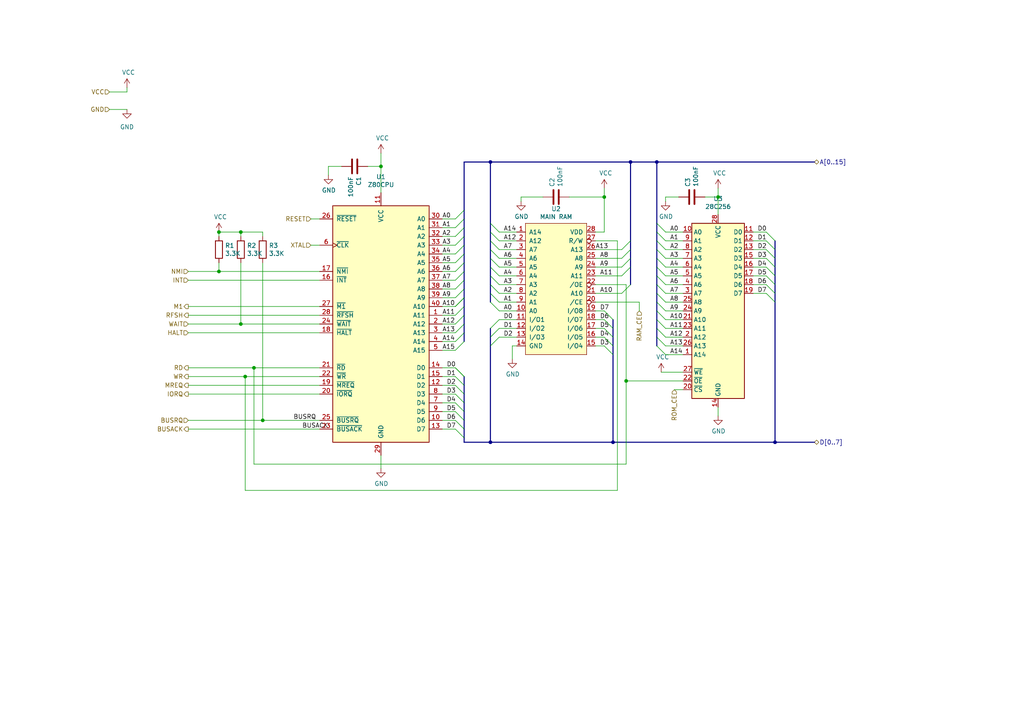
<source format=kicad_sch>
(kicad_sch (version 20211123) (generator eeschema)
  (paper "A4")
  (lib_symbols
    (symbol "CPU:Z80CPU" (pin_names (offset 1.016))
      (property "Reference" "U" (at -13.97 35.56 0))
      (property "Value" "Z80CPU" (at 6.35 35.56 0))
      (symbol "Z80CPU_0_1"
        (rectangle (start -13.97 34.29) (end 13.97 -34.29) (stroke (width 0.254)) (fill (type background)))
      )
      (symbol "Z80CPU_1_1"
        (pin output line (at 17.78 2.54 180) (length 3.81) (name "A11") (number "1"))
        (pin bidirectional line (at 17.78 -27.94 180) (length 3.81) (name "D6") (number "10"))
        (pin power_in line (at 0 38.1 270) (length 3.81) (name "VCC") (number "11"))
        (pin bidirectional line (at 17.78 -17.78 180) (length 3.81) (name "D2") (number "12"))
        (pin bidirectional line (at 17.78 -30.48 180) (length 3.81) (name "D7") (number "13"))
        (pin bidirectional line (at 17.78 -12.7 180) (length 3.81) (name "D0") (number "14"))
        (pin bidirectional line (at 17.78 -15.24 180) (length 3.81) (name "D1") (number "15"))
        (pin input line (at -17.78 12.7 0) (length 3.81) (name "~{INT}") (number "16"))
        (pin input line (at -17.78 15.24 0) (length 3.81) (name "~{NMI}") (number "17"))
        (pin output line (at -17.78 -2.54 0) (length 3.81) (name "~{HALT}") (number "18"))
        (pin output line (at -17.78 -17.78 0) (length 3.81) (name "~{MREQ}") (number "19"))
        (pin output line (at 17.78 0 180) (length 3.81) (name "A12") (number "2"))
        (pin output line (at -17.78 -20.32 0) (length 3.81) (name "~{IORQ}") (number "20"))
        (pin output line (at -17.78 -12.7 0) (length 3.81) (name "~{RD}") (number "21"))
        (pin output line (at -17.78 -15.24 0) (length 3.81) (name "~{WR}") (number "22"))
        (pin output line (at -17.78 -30.48 0) (length 3.81) (name "~{BUSACK}") (number "23"))
        (pin input line (at -17.78 0 0) (length 3.81) (name "~{WAIT}") (number "24"))
        (pin input line (at -17.78 -27.94 0) (length 3.81) (name "~{BUSRQ}") (number "25"))
        (pin input line (at -17.78 30.48 0) (length 3.81) (name "~{RESET}") (number "26"))
        (pin output line (at -17.78 5.08 0) (length 3.81) (name "~{M1}") (number "27"))
        (pin output line (at -17.78 2.54 0) (length 3.81) (name "~{RFSH}") (number "28"))
        (pin power_in line (at 0 -38.1 90) (length 3.81) (name "GND") (number "29"))
        (pin output line (at 17.78 -2.54 180) (length 3.81) (name "A13") (number "3"))
        (pin output line (at 17.78 30.48 180) (length 3.81) (name "A0") (number "30"))
        (pin output line (at 17.78 27.94 180) (length 3.81) (name "A1") (number "31"))
        (pin output line (at 17.78 25.4 180) (length 3.81) (name "A2") (number "32"))
        (pin output line (at 17.78 22.86 180) (length 3.81) (name "A3") (number "33"))
        (pin output line (at 17.78 20.32 180) (length 3.81) (name "A4") (number "34"))
        (pin output line (at 17.78 17.78 180) (length 3.81) (name "A5") (number "35"))
        (pin output line (at 17.78 15.24 180) (length 3.81) (name "A6") (number "36"))
        (pin output line (at 17.78 12.7 180) (length 3.81) (name "A7") (number "37"))
        (pin output line (at 17.78 10.16 180) (length 3.81) (name "A8") (number "38"))
        (pin output line (at 17.78 7.62 180) (length 3.81) (name "A9") (number "39"))
        (pin output line (at 17.78 -5.08 180) (length 3.81) (name "A14") (number "4"))
        (pin output line (at 17.78 5.08 180) (length 3.81) (name "A10") (number "40"))
        (pin output line (at 17.78 -7.62 180) (length 3.81) (name "A15") (number "5"))
        (pin input clock (at -17.78 22.86 0) (length 3.81) (name "~{CLK}") (number "6"))
        (pin bidirectional line (at 17.78 -22.86 180) (length 3.81) (name "D4") (number "7"))
        (pin bidirectional line (at 17.78 -20.32 180) (length 3.81) (name "D3") (number "8"))
        (pin bidirectional line (at 17.78 -25.4 180) (length 3.81) (name "D5") (number "9"))
      )
    )
    (symbol "Device:C" (pin_numbers hide) (pin_names (offset 0.254))
      (property "Reference" "C" (at 0.635 2.54 0))
      (property "Value" "C" (at 0.635 -2.54 0))
      (symbol "C_0_1"
        (polyline (pts (xy -2.032 -0.762) (xy 2.032 -0.762)) (stroke (width 0.508)))
        (polyline (pts (xy -2.032 0.762) (xy 2.032 0.762)) (stroke (width 0.508)))
      )
      (symbol "C_1_1"
        (pin passive line (at 0 3.81 270) (length 2.794) (name "~") (number "1"))
        (pin passive line (at 0 -3.81 90) (length 2.794) (name "~") (number "2"))
      )
    )
    (symbol "Device:R" (pin_numbers hide) (pin_names (offset 0))
      (property "Reference" "R" (at 2.032 0 90))
      (property "Value" "R" (at 0 0 90))
      (symbol "R_0_1"
        (rectangle (start -1.016 -2.54) (end 1.016 2.54) (stroke (width 0.254)))
      )
      (symbol "R_1_1"
        (pin passive line (at 0 3.81 270) (length 1.27) (name "~") (number "1"))
        (pin passive line (at 0 -3.81 90) (length 1.27) (name "~") (number "2"))
      )
    )
    (symbol "Memory_EEPROM:28C256"
      (property "Reference" "U" (at -7.62 26.67 0))
      (property "Value" "28C256" (at 2.54 -26.67 0))
      (symbol "28C256_1_1"
        (rectangle (start -7.62 25.4) (end 7.62 -25.4) (stroke (width 0.254)) (fill (type background)))
        (pin input line (at -10.16 -12.7 0) (length 2.54) (name "A14") (number "1"))
        (pin input line (at -10.16 22.86 0) (length 2.54) (name "A0") (number "10"))
        (pin tri_state line (at 10.16 22.86 180) (length 2.54) (name "D0") (number "11"))
        (pin tri_state line (at 10.16 20.32 180) (length 2.54) (name "D1") (number "12"))
        (pin tri_state line (at 10.16 17.78 180) (length 2.54) (name "D2") (number "13"))
        (pin power_in line (at 0 -27.94 90) (length 2.54) (name "GND") (number "14"))
        (pin tri_state line (at 10.16 15.24 180) (length 2.54) (name "D3") (number "15"))
        (pin tri_state line (at 10.16 12.7 180) (length 2.54) (name "D4") (number "16"))
        (pin tri_state line (at 10.16 10.16 180) (length 2.54) (name "D5") (number "17"))
        (pin tri_state line (at 10.16 7.62 180) (length 2.54) (name "D6") (number "18"))
        (pin tri_state line (at 10.16 5.08 180) (length 2.54) (name "D7") (number "19"))
        (pin input line (at -10.16 -7.62 0) (length 2.54) (name "A12") (number "2"))
        (pin input line (at -10.16 -22.86 0) (length 2.54) (name "~{CS}") (number "20"))
        (pin input line (at -10.16 -2.54 0) (length 2.54) (name "A10") (number "21"))
        (pin input line (at -10.16 -20.32 0) (length 2.54) (name "~{OE}") (number "22"))
        (pin input line (at -10.16 -5.08 0) (length 2.54) (name "A11") (number "23"))
        (pin input line (at -10.16 0 0) (length 2.54) (name "A9") (number "24"))
        (pin input line (at -10.16 2.54 0) (length 2.54) (name "A8") (number "25"))
        (pin input line (at -10.16 -10.16 0) (length 2.54) (name "A13") (number "26"))
        (pin input line (at -10.16 -17.78 0) (length 2.54) (name "~{WE}") (number "27"))
        (pin power_in line (at 0 27.94 270) (length 2.54) (name "VCC") (number "28"))
        (pin input line (at -10.16 5.08 0) (length 2.54) (name "A7") (number "3"))
        (pin input line (at -10.16 7.62 0) (length 2.54) (name "A6") (number "4"))
        (pin input line (at -10.16 10.16 0) (length 2.54) (name "A5") (number "5"))
        (pin input line (at -10.16 12.7 0) (length 2.54) (name "A4") (number "6"))
        (pin input line (at -10.16 15.24 0) (length 2.54) (name "A3") (number "7"))
        (pin input line (at -10.16 17.78 0) (length 2.54) (name "A2") (number "8"))
        (pin input line (at -10.16 20.32 0) (length 2.54) (name "A1") (number "9"))
      )
    )
    (symbol "Z80Mini-rescue:TC55257CPI-Memory_RAM" (pin_names (offset 1.016))
      (property "Reference" "U" (at 0 0 0))
      (property "Value" "TC55257CPI-Memory_RAM" (at 2.54 2.54 0))
      (property "Footprint" "Package_DIP:DIP-28_W15.24mm_LongPads" (at 0 0 0))
      (symbol "TC55257CPI-Memory_RAM_0_1"
        (rectangle (start -7.62 -1.27) (end 10.16 -39.37) (fill (type background)))
      )
      (symbol "TC55257CPI-Memory_RAM_1_1"
        (pin input line (at -10.16 -3.81 0) (length 2.54) (name "A14") (number "1"))
        (pin input line (at -10.16 -26.67 0) (length 2.54) (name "A0") (number "10"))
        (pin bidirectional line (at -10.16 -29.21 0) (length 2.54) (name "I/O1") (number "11"))
        (pin bidirectional line (at -10.16 -31.75 0) (length 2.54) (name "I/O2") (number "12"))
        (pin bidirectional line (at -10.16 -34.29 0) (length 2.54) (name "I/O3") (number "13"))
        (pin power_in line (at -10.16 -36.83 0) (length 2.54) (name "GND") (number "14"))
        (pin bidirectional line (at 12.7 -36.83 180) (length 2.54) (name "I/O4") (number "15"))
        (pin bidirectional line (at 12.7 -34.29 180) (length 2.54) (name "I/O5") (number "16"))
        (pin bidirectional line (at 12.7 -31.75 180) (length 2.54) (name "I/O6") (number "17"))
        (pin bidirectional line (at 12.7 -29.21 180) (length 2.54) (name "I/O7") (number "18"))
        (pin bidirectional line (at 12.7 -26.67 180) (length 2.54) (name "I/O8") (number "19"))
        (pin input line (at -10.16 -6.35 0) (length 2.54) (name "A12") (number "2"))
        (pin input inverted (at 12.7 -24.13 180) (length 2.54) (name "/CE") (number "20"))
        (pin input line (at 12.7 -21.59 180) (length 2.54) (name "A10") (number "21"))
        (pin input inverted (at 12.7 -19.05 180) (length 2.54) (name "/OE") (number "22"))
        (pin input line (at 12.7 -16.51 180) (length 2.54) (name "A11") (number "23"))
        (pin input line (at 12.7 -13.97 180) (length 2.54) (name "A9") (number "24"))
        (pin input line (at 12.7 -11.43 180) (length 2.54) (name "A8") (number "25"))
        (pin input line (at 12.7 -8.89 180) (length 2.54) (name "A13") (number "26"))
        (pin input inverted (at 12.7 -6.35 180) (length 2.54) (name "R/W") (number "27"))
        (pin power_in line (at 12.7 -3.81 180) (length 2.54) (name "VDD") (number "28"))
        (pin input line (at -10.16 -8.89 0) (length 2.54) (name "A7") (number "3"))
        (pin input line (at -10.16 -11.43 0) (length 2.54) (name "A6") (number "4"))
        (pin input line (at -10.16 -13.97 0) (length 2.54) (name "A5") (number "5"))
        (pin input line (at -10.16 -16.51 0) (length 2.54) (name "A4") (number "6"))
        (pin input line (at -10.16 -19.05 0) (length 2.54) (name "A3") (number "7"))
        (pin input line (at -10.16 -21.59 0) (length 2.54) (name "A2") (number "8"))
        (pin input line (at -10.16 -24.13 0) (length 2.54) (name "A1") (number "9"))
      )
    )
    (symbol "power:GND" (power) (pin_names (offset 0))
      (property "Value" "GND" (at 0 -3.81 0))
      (symbol "GND_0_1"
        (polyline (pts (xy 0 0) (xy 0 -1.27) (xy 1.27 -1.27) (xy 0 -2.54) (xy -1.27 -1.27) (xy 0 -1.27)))
      )
      (symbol "GND_1_1"
        (pin power_in line (at 0 0 270) (length 0) hide (name "GND") (number "1"))
      )
    )
    (symbol "power:VCC" (power) (pin_names (offset 0))
      (property "Value" "VCC" (at 0 3.81 0))
      (symbol "VCC_0_1"
        (polyline (pts (xy -0.762 1.27) (xy 0 2.54)))
        (polyline (pts (xy 0 0) (xy 0 2.54)))
        (polyline (pts (xy 0 2.54) (xy 0.762 1.27)))
      )
      (symbol "VCC_1_1"
        (pin power_in line (at 0 0 90) (length 0) hide (name "VCC") (number "1"))
      )
    )
  )
  (junction (at 208.28 57.15))
  (junction (at 73.66 106.68))
  (junction (at 69.85 67.31))
  (junction (at 175.26 57.15))
  (junction (at 224.79 128.27))
  (junction (at 71.12 109.22))
  (junction (at 142.24 46.99))
  (junction (at 63.5 67.31))
  (junction (at 142.24 128.27))
  (junction (at 63.5 78.74))
  (junction (at 177.8 128.27))
  (junction (at 182.88 46.99))
  (junction (at 190.5 46.99))
  (junction (at 110.49 48.26))
  (junction (at 69.85 93.98))
  (junction (at 181.61 110.49))
  (junction (at 76.2 121.92))
  (bus_entry (at 190.5 80.01) (size 2.54 2.54))
  (bus_entry (at 190.5 90.17) (size 2.54 2.54))
  (bus_entry (at 175.26 95.25) (size 2.54 2.54))
  (bus_entry (at 142.24 74.93) (size 2.54 2.54))
  (bus_entry (at 182.88 82.55) (size -2.54 2.54))
  (bus_entry (at 182.88 77.47) (size -2.54 2.54))
  (bus_entry (at 132.08 88.9) (size 2.54 -2.54))
  (bus_entry (at 182.88 72.39) (size -2.54 2.54))
  (bus_entry (at 132.08 106.68) (size 2.54 2.54))
  (bus_entry (at 190.5 72.39) (size 2.54 2.54))
  (bus_entry (at 222.25 74.93) (size 2.54 2.54))
  (bus_entry (at 175.26 97.79) (size 2.54 2.54))
  (bus_entry (at 222.25 67.31) (size 2.54 2.54))
  (bus_entry (at 132.08 116.84) (size 2.54 2.54))
  (bus_entry (at 134.62 60.96) (size -2.54 2.54))
  (bus_entry (at 190.5 97.79) (size 2.54 2.54))
  (bus_entry (at 132.08 124.46) (size 2.54 2.54))
  (bus_entry (at 142.24 100.33) (size 2.54 -2.54))
  (bus_entry (at 142.24 85.09) (size 2.54 2.54))
  (bus_entry (at 182.88 69.85) (size -2.54 2.54))
  (bus_entry (at 142.24 97.79) (size 2.54 -2.54))
  (bus_entry (at 190.5 82.55) (size 2.54 2.54))
  (bus_entry (at 142.24 87.63) (size 2.54 2.54))
  (bus_entry (at 134.62 73.66) (size -2.54 2.54))
  (bus_entry (at 134.62 76.2) (size -2.54 2.54))
  (bus_entry (at 132.08 106.68) (size 2.54 2.54))
  (bus_entry (at 142.24 95.25) (size 2.54 -2.54))
  (bus_entry (at 134.62 83.82) (size -2.54 2.54))
  (bus_entry (at 222.25 82.55) (size 2.54 2.54))
  (bus_entry (at 134.62 66.04) (size -2.54 2.54))
  (bus_entry (at 132.08 109.22) (size 2.54 2.54))
  (bus_entry (at 224.79 74.93) (size -2.54 -2.54))
  (bus_entry (at 132.08 93.98) (size 2.54 -2.54))
  (bus_entry (at 142.24 69.85) (size 2.54 2.54))
  (bus_entry (at 142.24 77.47) (size 2.54 2.54))
  (bus_entry (at 132.08 96.52) (size 2.54 -2.54))
  (bus_entry (at 142.24 80.01) (size 2.54 2.54))
  (bus_entry (at 132.08 111.76) (size 2.54 2.54))
  (bus_entry (at 142.24 67.31) (size 2.54 2.54))
  (bus_entry (at 190.5 77.47) (size 2.54 2.54))
  (bus_entry (at 190.5 74.93) (size 2.54 2.54))
  (bus_entry (at 134.62 81.28) (size -2.54 2.54))
  (bus_entry (at 134.62 63.5) (size -2.54 2.54))
  (bus_entry (at 175.26 90.17) (size 2.54 2.54))
  (bus_entry (at 132.08 91.44) (size 2.54 -2.54))
  (bus_entry (at 190.5 95.25) (size 2.54 2.54))
  (bus_entry (at 222.25 69.85) (size 2.54 2.54))
  (bus_entry (at 132.08 101.6) (size 2.54 -2.54))
  (bus_entry (at 132.08 114.3) (size 2.54 2.54))
  (bus_entry (at 190.5 87.63) (size 2.54 2.54))
  (bus_entry (at 142.24 72.39) (size 2.54 2.54))
  (bus_entry (at 132.08 99.06) (size 2.54 -2.54))
  (bus_entry (at 190.5 100.33) (size 2.54 2.54))
  (bus_entry (at 132.08 119.38) (size 2.54 2.54))
  (bus_entry (at 222.25 85.09) (size 2.54 2.54))
  (bus_entry (at 182.88 74.93) (size -2.54 2.54))
  (bus_entry (at 190.5 67.31) (size 2.54 2.54))
  (bus_entry (at 142.24 64.77) (size 2.54 2.54))
  (bus_entry (at 222.25 80.01) (size 2.54 2.54))
  (bus_entry (at 222.25 77.47) (size 2.54 2.54))
  (bus_entry (at 190.5 92.71) (size 2.54 2.54))
  (bus_entry (at 175.26 100.33) (size 2.54 2.54))
  (bus_entry (at 132.08 88.9) (size 2.54 -2.54))
  (bus_entry (at 190.5 85.09) (size 2.54 2.54))
  (bus_entry (at 132.08 121.92) (size 2.54 2.54))
  (bus_entry (at 190.5 69.85) (size 2.54 2.54))
  (bus_entry (at 190.5 64.77) (size 2.54 2.54))
  (bus_entry (at 134.62 71.12) (size -2.54 2.54))
  (bus_entry (at 142.24 82.55) (size 2.54 2.54))
  (bus_entry (at 175.26 92.71) (size 2.54 2.54))
  (bus_entry (at 134.62 68.58) (size -2.54 2.54))
  (bus_entry (at 134.62 78.74) (size -2.54 2.54))
  (wire (pts (xy 54.61 93.98) (xy 69.85 93.98)))
  (bus (pts (xy 142.24 82.55) (xy 142.24 85.09)))
  (wire (pts (xy 218.44 72.39) (xy 222.25 72.39)))
  (wire (pts (xy 132.08 76.2) (xy 128.27 76.2)))
  (wire (pts (xy 218.44 85.09) (xy 222.25 85.09)))
  (wire (pts (xy 63.5 76.2) (xy 63.5 78.74)))
  (wire (pts (xy 175.26 92.71) (xy 172.72 92.71)))
  (wire (pts (xy 172.72 87.63) (xy 185.42 87.63)))
  (bus (pts (xy 224.79 74.93) (xy 224.79 77.47)))
  (wire (pts (xy 193.04 57.15) (xy 196.85 57.15)))
  (wire (pts (xy 128.27 93.98) (xy 132.08 93.98)))
  (wire (pts (xy 222.25 82.55) (xy 218.44 82.55)))
  (bus (pts (xy 182.88 46.99) (xy 190.5 46.99)))
  (wire (pts (xy 193.04 100.33) (xy 198.12 100.33)))
  (bus (pts (xy 134.62 116.84) (xy 134.62 119.38)))
  (wire (pts (xy 63.5 67.31) (xy 63.5 68.58)))
  (wire (pts (xy 132.08 78.74) (xy 128.27 78.74)))
  (wire (pts (xy 76.2 121.92) (xy 76.2 76.2)))
  (wire (pts (xy 193.04 85.09) (xy 198.12 85.09)))
  (bus (pts (xy 134.62 119.38) (xy 134.62 121.92)))
  (wire (pts (xy 193.04 102.87) (xy 198.12 102.87)))
  (bus (pts (xy 134.62 46.99) (xy 142.24 46.99)))
  (bus (pts (xy 134.62 46.99) (xy 134.62 60.96)))
  (wire (pts (xy 193.04 67.31) (xy 198.12 67.31)))
  (wire (pts (xy 144.78 85.09) (xy 149.86 85.09)))
  (wire (pts (xy 90.17 63.5) (xy 92.71 63.5)))
  (wire (pts (xy 181.61 82.55) (xy 181.61 110.49)))
  (wire (pts (xy 185.42 90.17) (xy 185.42 87.63)))
  (wire (pts (xy 73.66 134.62) (xy 73.66 106.68)))
  (wire (pts (xy 128.27 96.52) (xy 132.08 96.52)))
  (bus (pts (xy 142.24 74.93) (xy 142.24 77.47)))
  (wire (pts (xy 193.04 90.17) (xy 198.12 90.17)))
  (bus (pts (xy 190.5 46.99) (xy 236.22 46.99)))
  (bus (pts (xy 134.62 63.5) (xy 134.62 66.04)))
  (wire (pts (xy 198.12 72.39) (xy 193.04 72.39)))
  (wire (pts (xy 128.27 121.92) (xy 132.08 121.92)))
  (bus (pts (xy 134.62 66.04) (xy 134.62 68.58)))
  (bus (pts (xy 182.88 74.93) (xy 182.88 77.47)))
  (wire (pts (xy 172.72 74.93) (xy 180.34 74.93)))
  (bus (pts (xy 190.5 95.25) (xy 190.5 97.79)))
  (wire (pts (xy 71.12 142.24) (xy 71.12 109.22)))
  (wire (pts (xy 54.61 88.9) (xy 92.71 88.9)))
  (bus (pts (xy 142.24 46.99) (xy 142.24 64.77)))
  (wire (pts (xy 128.27 99.06) (xy 132.08 99.06)))
  (bus (pts (xy 142.24 100.33) (xy 142.24 128.27)))
  (wire (pts (xy 179.07 142.24) (xy 71.12 142.24)))
  (bus (pts (xy 134.62 71.12) (xy 134.62 73.66)))
  (wire (pts (xy 193.04 97.79) (xy 198.12 97.79)))
  (wire (pts (xy 218.44 74.93) (xy 222.25 74.93)))
  (bus (pts (xy 190.5 87.63) (xy 190.5 90.17)))
  (bus (pts (xy 177.8 97.79) (xy 177.8 100.33)))
  (wire (pts (xy 128.27 91.44) (xy 132.08 91.44)))
  (wire (pts (xy 218.44 77.47) (xy 222.25 77.47)))
  (wire (pts (xy 128.27 106.68) (xy 132.08 106.68)))
  (wire (pts (xy 95.25 48.26) (xy 99.06 48.26)))
  (wire (pts (xy 172.72 67.31) (xy 175.26 67.31)))
  (bus (pts (xy 224.79 85.09) (xy 224.79 87.63)))
  (wire (pts (xy 180.34 80.01) (xy 172.72 80.01)))
  (bus (pts (xy 134.62 88.9) (xy 134.62 91.44)))
  (wire (pts (xy 54.61 91.44) (xy 92.71 91.44)))
  (wire (pts (xy 175.26 57.15) (xy 175.26 54.61)))
  (wire (pts (xy 198.12 77.47) (xy 193.04 77.47)))
  (bus (pts (xy 177.8 100.33) (xy 177.8 102.87)))
  (wire (pts (xy 54.61 111.76) (xy 92.71 111.76)))
  (wire (pts (xy 198.12 82.55) (xy 193.04 82.55)))
  (wire (pts (xy 132.08 66.04) (xy 128.27 66.04)))
  (bus (pts (xy 134.62 96.52) (xy 134.62 99.06)))
  (bus (pts (xy 142.24 95.25) (xy 142.24 97.79)))
  (wire (pts (xy 69.85 68.58) (xy 69.85 67.31)))
  (bus (pts (xy 224.79 80.01) (xy 224.79 82.55)))
  (bus (pts (xy 142.24 77.47) (xy 142.24 80.01)))
  (wire (pts (xy 172.72 72.39) (xy 180.34 72.39)))
  (wire (pts (xy 208.28 57.15) (xy 204.47 57.15)))
  (bus (pts (xy 224.79 82.55) (xy 224.79 85.09)))
  (wire (pts (xy 128.27 119.38) (xy 132.08 119.38)))
  (wire (pts (xy 73.66 106.68) (xy 92.71 106.68)))
  (wire (pts (xy 128.27 63.5) (xy 132.08 63.5)))
  (bus (pts (xy 134.62 86.36) (xy 134.62 88.9)))
  (wire (pts (xy 195.58 113.03) (xy 198.12 113.03)))
  (wire (pts (xy 69.85 76.2) (xy 69.85 93.98)))
  (wire (pts (xy 198.12 87.63) (xy 193.04 87.63)))
  (wire (pts (xy 31.75 26.67) (xy 36.83 26.67)))
  (bus (pts (xy 142.24 97.79) (xy 142.24 100.33)))
  (wire (pts (xy 54.61 81.28) (xy 92.71 81.28)))
  (bus (pts (xy 142.24 72.39) (xy 142.24 74.93)))
  (wire (pts (xy 218.44 67.31) (xy 222.25 67.31)))
  (wire (pts (xy 144.78 92.71) (xy 149.86 92.71)))
  (wire (pts (xy 181.61 110.49) (xy 198.12 110.49)))
  (wire (pts (xy 110.49 48.26) (xy 110.49 55.88)))
  (bus (pts (xy 190.5 97.79) (xy 190.5 100.33)))
  (wire (pts (xy 144.78 72.39) (xy 149.86 72.39)))
  (wire (pts (xy 69.85 67.31) (xy 63.5 67.31)))
  (bus (pts (xy 182.88 46.99) (xy 182.88 69.85)))
  (wire (pts (xy 172.72 82.55) (xy 181.61 82.55)))
  (bus (pts (xy 142.24 67.31) (xy 142.24 69.85)))
  (wire (pts (xy 165.1 57.15) (xy 175.26 57.15)))
  (wire (pts (xy 172.72 100.33) (xy 175.26 100.33)))
  (bus (pts (xy 224.79 87.63) (xy 224.79 128.27)))
  (bus (pts (xy 190.5 92.71) (xy 190.5 95.25)))
  (bus (pts (xy 134.62 91.44) (xy 134.62 93.98)))
  (wire (pts (xy 193.04 69.85) (xy 198.12 69.85)))
  (wire (pts (xy 151.13 57.15) (xy 151.13 58.42)))
  (wire (pts (xy 128.27 101.6) (xy 132.08 101.6)))
  (wire (pts (xy 132.08 83.82) (xy 128.27 83.82)))
  (wire (pts (xy 128.27 124.46) (xy 132.08 124.46)))
  (wire (pts (xy 193.04 80.01) (xy 198.12 80.01)))
  (bus (pts (xy 190.5 72.39) (xy 190.5 74.93)))
  (bus (pts (xy 190.5 85.09) (xy 190.5 87.63)))
  (wire (pts (xy 110.49 135.89) (xy 110.49 132.08)))
  (bus (pts (xy 134.62 60.96) (xy 134.62 63.5)))
  (bus (pts (xy 224.79 72.39) (xy 224.79 74.93)))
  (bus (pts (xy 134.62 111.76) (xy 134.62 114.3)))
  (wire (pts (xy 172.72 69.85) (xy 179.07 69.85)))
  (wire (pts (xy 95.25 50.8) (xy 95.25 48.26)))
  (wire (pts (xy 132.08 114.3) (xy 128.27 114.3)))
  (wire (pts (xy 132.08 109.22) (xy 128.27 109.22)))
  (wire (pts (xy 36.83 26.67) (xy 36.83 25.4)))
  (wire (pts (xy 71.12 109.22) (xy 92.71 109.22)))
  (bus (pts (xy 134.62 78.74) (xy 134.62 81.28)))
  (wire (pts (xy 172.72 97.79) (xy 175.26 97.79)))
  (wire (pts (xy 149.86 100.33) (xy 148.59 100.33)))
  (wire (pts (xy 144.78 67.31) (xy 149.86 67.31)))
  (wire (pts (xy 180.34 85.09) (xy 172.72 85.09)))
  (wire (pts (xy 208.28 62.23) (xy 208.28 57.15)))
  (wire (pts (xy 172.72 77.47) (xy 180.34 77.47)))
  (bus (pts (xy 190.5 80.01) (xy 190.5 82.55)))
  (wire (pts (xy 110.49 44.45) (xy 110.49 48.26)))
  (bus (pts (xy 190.5 77.47) (xy 190.5 80.01)))
  (wire (pts (xy 148.59 100.33) (xy 148.59 104.14)))
  (bus (pts (xy 142.24 128.27) (xy 177.8 128.27)))
  (wire (pts (xy 193.04 58.42) (xy 193.04 57.15)))
  (wire (pts (xy 128.27 68.58) (xy 132.08 68.58)))
  (bus (pts (xy 190.5 67.31) (xy 190.5 69.85)))
  (wire (pts (xy 54.61 78.74) (xy 63.5 78.74)))
  (wire (pts (xy 208.28 57.15) (xy 208.28 54.61)))
  (wire (pts (xy 157.48 57.15) (xy 151.13 57.15)))
  (bus (pts (xy 190.5 82.55) (xy 190.5 85.09)))
  (bus (pts (xy 182.88 72.39) (xy 182.88 74.93)))
  (bus (pts (xy 134.62 73.66) (xy 134.62 76.2)))
  (bus (pts (xy 190.5 64.77) (xy 190.5 67.31)))
  (bus (pts (xy 134.62 127) (xy 134.62 128.27)))
  (bus (pts (xy 224.79 128.27) (xy 236.22 128.27)))
  (wire (pts (xy 144.78 82.55) (xy 149.86 82.55)))
  (wire (pts (xy 54.61 106.68) (xy 73.66 106.68)))
  (wire (pts (xy 76.2 67.31) (xy 76.2 68.58)))
  (wire (pts (xy 149.86 74.93) (xy 144.78 74.93)))
  (bus (pts (xy 134.62 124.46) (xy 134.62 127)))
  (wire (pts (xy 175.26 67.31) (xy 175.26 57.15)))
  (wire (pts (xy 90.17 71.12) (xy 92.71 71.12)))
  (wire (pts (xy 172.72 95.25) (xy 175.26 95.25)))
  (wire (pts (xy 144.78 87.63) (xy 149.86 87.63)))
  (wire (pts (xy 144.78 90.17) (xy 149.86 90.17)))
  (wire (pts (xy 191.77 107.95) (xy 198.12 107.95)))
  (bus (pts (xy 190.5 46.99) (xy 190.5 64.77)))
  (wire (pts (xy 132.08 88.9) (xy 128.27 88.9)))
  (wire (pts (xy 69.85 67.31) (xy 76.2 67.31)))
  (wire (pts (xy 54.61 109.22) (xy 71.12 109.22)))
  (bus (pts (xy 177.8 95.25) (xy 177.8 97.79)))
  (bus (pts (xy 134.62 68.58) (xy 134.62 71.12)))
  (bus (pts (xy 182.88 77.47) (xy 182.88 82.55)))
  (wire (pts (xy 128.27 73.66) (xy 132.08 73.66)))
  (bus (pts (xy 177.8 102.87) (xy 177.8 128.27)))
  (wire (pts (xy 193.04 95.25) (xy 198.12 95.25)))
  (wire (pts (xy 218.44 80.01) (xy 222.25 80.01)))
  (bus (pts (xy 134.62 109.22) (xy 134.62 111.76)))
  (wire (pts (xy 208.28 118.11) (xy 208.28 120.65)))
  (bus (pts (xy 134.62 114.3) (xy 134.62 116.84)))
  (bus (pts (xy 134.62 83.82) (xy 134.62 86.36)))
  (bus (pts (xy 224.79 77.47) (xy 224.79 80.01)))
  (wire (pts (xy 128.27 111.76) (xy 132.08 111.76)))
  (wire (pts (xy 222.25 69.85) (xy 218.44 69.85)))
  (bus (pts (xy 134.62 76.2) (xy 134.62 78.74)))
  (bus (pts (xy 142.24 64.77) (xy 142.24 67.31)))
  (bus (pts (xy 142.24 85.09) (xy 142.24 87.63)))
  (wire (pts (xy 128.27 116.84) (xy 132.08 116.84)))
  (wire (pts (xy 149.86 95.25) (xy 144.78 95.25)))
  (bus (pts (xy 190.5 69.85) (xy 190.5 72.39)))
  (bus (pts (xy 142.24 46.99) (xy 182.88 46.99)))
  (wire (pts (xy 63.5 78.74) (xy 92.71 78.74)))
  (bus (pts (xy 134.62 81.28) (xy 134.62 83.82)))
  (wire (pts (xy 149.86 69.85) (xy 144.78 69.85)))
  (wire (pts (xy 69.85 93.98) (xy 92.71 93.98)))
  (wire (pts (xy 132.08 86.36) (xy 128.27 86.36)))
  (bus (pts (xy 190.5 90.17) (xy 190.5 92.71)))
  (bus (pts (xy 177.8 92.71) (xy 177.8 95.25)))
  (bus (pts (xy 177.8 128.27) (xy 224.79 128.27)))
  (wire (pts (xy 179.07 69.85) (xy 179.07 142.24)))
  (wire (pts (xy 144.78 97.79) (xy 149.86 97.79)))
  (wire (pts (xy 54.61 114.3) (xy 92.71 114.3)))
  (wire (pts (xy 172.72 90.17) (xy 175.26 90.17)))
  (bus (pts (xy 190.5 74.93) (xy 190.5 77.47)))
  (wire (pts (xy 76.2 121.92) (xy 92.71 121.92)))
  (wire (pts (xy 128.27 71.12) (xy 132.08 71.12)))
  (bus (pts (xy 134.62 121.92) (xy 134.62 124.46)))
  (bus (pts (xy 182.88 69.85) (xy 182.88 72.39)))
  (wire (pts (xy 132.08 81.28) (xy 128.27 81.28)))
  (wire (pts (xy 144.78 77.47) (xy 149.86 77.47)))
  (bus (pts (xy 134.62 128.27) (xy 142.24 128.27)))
  (bus (pts (xy 224.79 69.85) (xy 224.79 72.39)))
  (wire (pts (xy 181.61 134.62) (xy 73.66 134.62)))
  (bus (pts (xy 142.24 80.01) (xy 142.24 82.55)))
  (wire (pts (xy 149.86 80.01) (xy 144.78 80.01)))
  (wire (pts (xy 54.61 96.52) (xy 92.71 96.52)))
  (wire (pts (xy 106.68 48.26) (xy 110.49 48.26)))
  (wire (pts (xy 193.04 74.93) (xy 198.12 74.93)))
  (wire (pts (xy 54.61 121.92) (xy 76.2 121.92)))
  (wire (pts (xy 54.61 124.46) (xy 92.71 124.46)))
  (bus (pts (xy 134.62 93.98) (xy 134.62 96.52)))
  (wire (pts (xy 181.61 110.49) (xy 181.61 134.62)))
  (wire (pts (xy 198.12 92.71) (xy 193.04 92.71)))
  (wire (pts (xy 31.75 31.75) (xy 36.83 31.75)))
  (bus (pts (xy 142.24 69.85) (xy 142.24 72.39)))
  (label "A13" (at 172.72 72.39 0))
  (label "A10" (at 194.31 92.71 0))
  (label "D5" (at 129.54 119.38 0))
  (label "D6" (at 129.54 121.92 0))
  (label "A7" (at 146.05 72.39 0))
  (label "D1" (at 146.05 95.25 0))
  (label "D4" (at 219.71 77.47 0))
  (label "D2" (at 129.54 111.76 0))
  (label "D2" (at 219.71 72.39 0))
  (label "D4" (at 173.99 97.79 0))
  (label "A5" (at 194.31 80.01 0))
  (label "A3" (at 194.31 74.93 0))
  (label "A9" (at 194.31 90.17 0))
  (label "A12" (at 194.31 97.79 0))
  (label "D3" (at 129.54 114.3 0))
  (label "A14" (at 128.27 99.06 0))
  (label "A0" (at 146.05 90.17 0))
  (label "A1" (at 128.27 66.04 0))
  (label "A10" (at 173.99 85.09 0))
  (label "A4" (at 194.31 77.47 0))
  (label "A6" (at 128.27 78.74 0))
  (label "A2" (at 194.31 72.39 0))
  (label "BUSRQ" (at 85.09 121.92 0))
  (label "A4" (at 128.27 73.66 0))
  (label "D6" (at 219.71 82.55 0))
  (label "A0" (at 194.31 67.31 0))
  (label "D5" (at 173.99 95.25 0))
  (label "A13" (at 194.31 100.33 0))
  (label "A8" (at 194.31 87.63 0))
  (label "A10" (at 128.27 88.9 0))
  (label "A8" (at 173.99 74.93 0))
  (label "D7" (at 173.99 90.17 0))
  (label "D4" (at 129.54 116.84 0))
  (label "A0" (at 128.27 63.5 0))
  (label "A2" (at 128.27 68.58 0))
  (label "A11" (at 128.27 91.44 0))
  (label "A14" (at 194.31 102.87 0))
  (label "D7" (at 219.71 85.09 0))
  (label "A14" (at 146.05 67.31 0))
  (label "A9" (at 128.27 86.36 0))
  (label "A11" (at 194.31 95.25 0))
  (label "A3" (at 146.05 82.55 0))
  (label "D1" (at 129.54 109.22 0))
  (label "A5" (at 128.27 76.2 0))
  (label "A15" (at 128.27 101.6 0))
  (label "D1" (at 219.71 69.85 0))
  (label "A12" (at 128.27 93.98 0))
  (label "A6" (at 194.31 82.55 0))
  (label "D3" (at 219.71 74.93 0))
  (label "A9" (at 173.99 77.47 0))
  (label "D6" (at 173.99 92.71 0))
  (label "D0" (at 146.05 92.71 0))
  (label "D2" (at 146.05 97.79 0))
  (label "D7" (at 129.54 124.46 0))
  (label "D0" (at 219.71 67.31 0))
  (label "A7" (at 128.27 81.28 0))
  (label "A1" (at 194.31 69.85 0))
  (label "A12" (at 146.05 69.85 0))
  (label "A2" (at 146.05 85.09 0))
  (label "D5" (at 219.71 80.01 0))
  (label "A4" (at 146.05 80.01 0))
  (label "D0" (at 129.54 106.68 0))
  (label "A8" (at 128.27 83.82 0))
  (label "A3" (at 128.27 71.12 0))
  (label "D3" (at 173.99 100.33 0))
  (label "BUSACK" (at 87.63 124.46 0))
  (label "A6" (at 146.05 74.93 0))
  (label "A1" (at 146.05 87.63 0))
  (label "A7" (at 194.31 85.09 0))
  (label "A5" (at 146.05 77.47 0))
  (label "A11" (at 173.99 80.01 0))
  (label "A13" (at 128.27 96.52 0))
  (hierarchical_label "M1" (shape output) (at 54.61 88.9 180))
  (hierarchical_label "IORQ" (shape output) (at 54.61 114.3 180))
  (hierarchical_label "WR" (shape output) (at 54.61 109.22 180))
  (hierarchical_label "WAIT" (shape input) (at 54.61 93.98 180))
  (hierarchical_label "MREQ" (shape output) (at 54.61 111.76 180))
  (hierarchical_label "HALT" (shape input) (at 54.61 96.52 180))
  (hierarchical_label "INT" (shape input) (at 54.61 81.28 180))
  (hierarchical_label "XTAL" (shape input) (at 90.17 71.12 180))
  (hierarchical_label "RFSH" (shape output) (at 54.61 91.44 180))
  (hierarchical_label "A[0..15]" (shape bidirectional) (at 236.22 46.99 0))
  (hierarchical_label "RESET" (shape input) (at 90.17 63.5 180))
  (hierarchical_label "BUSACK" (shape output) (at 54.61 124.46 180))
  (hierarchical_label "RD" (shape output) (at 54.61 106.68 180))
  (hierarchical_label "D[0..7]" (shape bidirectional) (at 236.22 128.27 0))
  (hierarchical_label "BUSRQ" (shape input) (at 54.61 121.92 180))
  (hierarchical_label "NMI" (shape input) (at 54.61 78.74 180))
  (hierarchical_label "RAM_CE" (shape input) (at 185.42 90.17 270))
  (hierarchical_label "GND" (shape input) (at 31.75 31.75 180))
  (hierarchical_label "ROM_CE" (shape input) (at 195.58 113.03 270))
  (hierarchical_label "VCC" (shape input) (at 31.75 26.67 180))
  (symbol (lib_id "power:GND") (at 193.04 58.42 0) (unit 1)
    (property "Reference" "#PWR0119" (effects hide))
    (property "Value" "GND" (at 193.167 62.8142 0))
  )
  (symbol (lib_id "Device:R") (at 76.2 72.39 0) (unit 1)
    (property "Reference" "R3" (at 77.978 71.2216 0) (effects (justify left)))
    (property "Value" "3.3K" (at 77.978 73.533 0) (effects (justify left)))
    (property "Footprint" "Resistor_THT:R_Axial_DIN0207_L6.3mm_D2.5mm_P7.62mm_Horizontal" (effects hide))
  )
  (symbol (lib_id "Device:C") (at 200.66 57.15 90) (unit 1)
    (property "Reference" "C3" (at 199.4916 54.229 0) (effects (justify left)))
    (property "Value" "100nF" (at 201.803 54.229 0) (effects (justify left)))
    (property "Footprint" "Capacitor_THT:C_Disc_D7.0mm_W2.5mm_P5.00mm" (effects hide))
  )
  (symbol (lib_id "CPU:Z80CPU") (at 110.49 93.98 0) (unit 1)
    (property "Reference" "U1" (at 110.49 51.2826 0))
    (property "Value" "Z80CPU" (at 110.49 53.594 0))
    (property "Footprint" "Package_DIP:DIP-40_W15.24mm_LongPads" (effects hide))
    (property "Datasheet" "www.zilog.com/manage_directlink.php?filepath=docs/z80/um0080" (effects hide))
  )
  (symbol (lib_id "Z80Mini-rescue:TC55257CPI-Memory_RAM") (at 160.02 63.5 0) (unit 1)
    (property "Reference" "U2" (at 161.29 60.579 0))
    (property "Value" "MAIN RAM" (at 161.29 62.8904 0))
    (property "Footprint" "Package_DIP:DIP-28_W15.24mm_LongPads" (effects hide))
  )
  (symbol (lib_id "power:VCC") (at 175.26 54.61 0) (unit 1)
    (property "Reference" "#PWR0121" (effects hide))
    (property "Value" "VCC" (at 175.6918 50.2158 0))
  )
  (symbol (lib_id "power:GND") (at 36.83 31.75 0) (unit 1)
    (property "Reference" "#PWR0131" (effects hide))
    (property "Value" "GND" (at 36.83 36.83 0))
  )
  (symbol (lib_id "power:VCC") (at 63.5 67.31 0) (unit 1)
    (property "Reference" "#PWR0129" (effects hide))
    (property "Value" "VCC" (at 63.9318 62.9158 0))
  )
  (symbol (lib_id "Memory_EEPROM:28C256") (at 208.28 90.17 0) (unit 1)
    (property "Reference" "U3" (at 208.28 57.6326 0))
    (property "Value" "28C256" (at 208.28 59.944 0))
    (property "Footprint" "Package_DIP:DIP-28_W15.24mm_LongPads" (effects hide))
    (property "Datasheet" "http://ww1.microchip.com/downloads/en/DeviceDoc/doc0006.pdf" (effects hide))
  )
  (symbol (lib_id "power:VCC") (at 191.77 107.95 0) (unit 1)
    (property "Reference" "#PWR0122" (effects hide))
    (property "Value" "VCC" (at 192.2018 103.5558 0))
  )
  (symbol (lib_id "Device:C") (at 102.87 48.26 270) (unit 1)
    (property "Reference" "C1" (at 104.0384 51.181 0) (effects (justify left)))
    (property "Value" "100nF" (at 101.727 51.181 0) (effects (justify left)))
    (property "Footprint" "Capacitor_THT:C_Disc_D7.0mm_W2.5mm_P5.00mm" (effects hide))
  )
  (symbol (lib_id "power:GND") (at 95.25 50.8 0) (unit 1)
    (property "Reference" "#PWR0128" (effects hide))
    (property "Value" "GND" (at 95.377 55.1942 0))
  )
  (symbol (lib_id "power:GND") (at 208.28 120.65 0) (unit 1)
    (property "Reference" "#PWR0123" (effects hide))
    (property "Value" "GND" (at 208.407 125.0442 0))
  )
  (symbol (lib_id "Device:R") (at 63.5 72.39 0) (unit 1)
    (property "Reference" "R1" (at 65.278 71.2216 0) (effects (justify left)))
    (property "Value" "3.3K" (at 65.278 73.533 0) (effects (justify left)))
    (property "Footprint" "Resistor_THT:R_Axial_DIN0207_L6.3mm_D2.5mm_P7.62mm_Horizontal" (effects hide))
  )
  (symbol (lib_id "power:VCC") (at 110.49 44.45 0) (unit 1)
    (property "Reference" "#PWR0127" (effects hide))
    (property "Value" "VCC" (at 110.9218 40.0558 0))
  )
  (symbol (lib_id "power:VCC") (at 36.83 25.4 0) (unit 1)
    (property "Reference" "#PWR0130" (effects hide))
    (property "Value" "VCC" (at 37.2618 21.0058 0))
  )
  (symbol (lib_id "Device:R") (at 69.85 72.39 0) (unit 1)
    (property "Reference" "R2" (at 71.628 71.2216 0) (effects (justify left)))
    (property "Value" "3.3K" (at 71.628 73.533 0) (effects (justify left)))
    (property "Footprint" "Resistor_THT:R_Axial_DIN0207_L6.3mm_D2.5mm_P7.62mm_Horizontal" (effects hide))
  )
  (symbol (lib_id "power:GND") (at 110.49 135.89 0) (unit 1)
    (property "Reference" "#PWR0126" (effects hide))
    (property "Value" "GND" (at 110.617 140.2842 0))
  )
  (symbol (lib_id "Device:C") (at 161.29 57.15 90) (unit 1)
    (property "Reference" "C2" (at 160.1216 54.229 0) (effects (justify left)))
    (property "Value" "100nF" (at 162.433 54.229 0) (effects (justify left)))
    (property "Footprint" "Capacitor_THT:C_Disc_D7.0mm_W2.5mm_P5.00mm" (effects hide))
  )
  (symbol (lib_id "power:VCC") (at 208.28 54.61 0) (unit 1)
    (property "Reference" "#PWR0125" (effects hide))
    (property "Value" "VCC" (at 208.7118 50.2158 0))
  )
  (symbol (lib_id "power:GND") (at 148.59 104.14 0) (unit 1)
    (property "Reference" "#PWR0124" (effects hide))
    (property "Value" "GND" (at 148.717 108.5342 0))
  )
  (symbol (lib_id "power:GND") (at 151.13 58.42 0) (unit 1)
    (property "Reference" "#PWR0120" (effects hide))
    (property "Value" "GND" (at 151.257 62.8142 0))
  )
)
</source>
